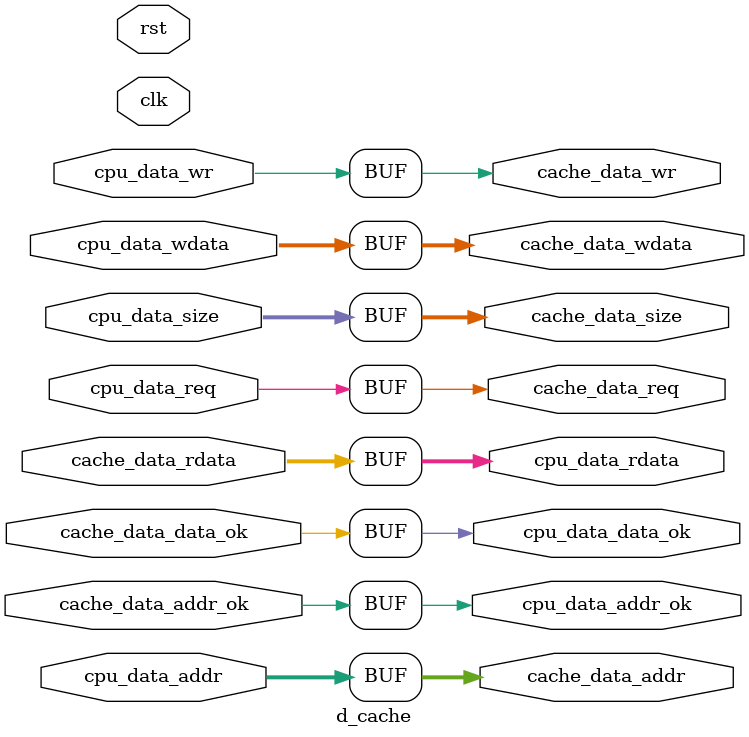
<source format=v>
module d_cache (
    input wire clk, rst,
    //mips core
    input         cpu_data_req     ,
    input         cpu_data_wr      ,
    input  [1 :0] cpu_data_size    ,
    input  [31:0] cpu_data_addr    ,
    input  [31:0] cpu_data_wdata   ,
    output [31:0] cpu_data_rdata   ,
    output        cpu_data_addr_ok ,
    output        cpu_data_data_ok ,

    //axi interface
    output         cache_data_req     ,
    output         cache_data_wr      ,
    output  [1 :0] cache_data_size    ,
    output  [31:0] cache_data_addr    ,
    output  [31:0] cache_data_wdata   ,
    input   [31:0] cache_data_rdata   ,
    input          cache_data_addr_ok ,
    input          cache_data_data_ok 
);
    // //output to mips core
    // assign cpu_inst_rdata   = cache_inst_rdata  ;
    // assign cpu_inst_addr_ok = cache_inst_addr_ok;
    // assign cpu_inst_data_ok = cache_inst_data_ok;

    assign cpu_data_rdata   = cache_data_rdata  ;
    assign cpu_data_addr_ok = cache_data_addr_ok;
    assign cpu_data_data_ok = cache_data_data_ok;

    // //output to axi interface
    // assign cache_inst_req   = cpu_inst_req  ;  
    // assign cache_inst_wr    = cpu_inst_wr   ;  
    // assign cache_inst_size  = cpu_inst_size ;  
    // assign cache_inst_addr  = cpu_inst_addr ;  
    // assign cache_inst_wdata = cpu_inst_wdata;

    assign cache_data_req   = cpu_data_req  ;  
    assign cache_data_wr    = cpu_data_wr   ;  
    assign cache_data_size  = cpu_data_size ;  
    assign cache_data_addr  = cpu_data_addr ;  
    assign cache_data_wdata = cpu_data_wdata; 
endmodule
</source>
